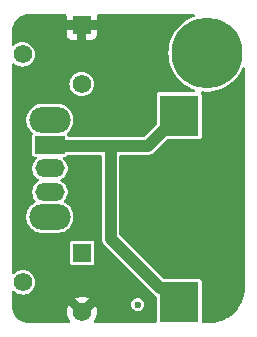
<source format=gbl>
G04 #@! TF.GenerationSoftware,KiCad,Pcbnew,8.0.1*
G04 #@! TF.CreationDate,2024-07-25T21:09:03+08:00*
G04 #@! TF.ProjectId,555Sandbox,35353553-616e-4646-926f-782e6b696361,1.0.0*
G04 #@! TF.SameCoordinates,Original*
G04 #@! TF.FileFunction,Copper,L2,Bot*
G04 #@! TF.FilePolarity,Positive*
%FSLAX46Y46*%
G04 Gerber Fmt 4.6, Leading zero omitted, Abs format (unit mm)*
G04 Created by KiCad (PCBNEW 8.0.1) date 2024-07-25 21:09:03*
%MOMM*%
%LPD*%
G01*
G04 APERTURE LIST*
G04 #@! TA.AperFunction,ComponentPad*
%ADD10O,3.500000X2.200000*%
G04 #@! TD*
G04 #@! TA.AperFunction,ComponentPad*
%ADD11R,2.500000X1.500000*%
G04 #@! TD*
G04 #@! TA.AperFunction,ComponentPad*
%ADD12O,2.500000X1.500000*%
G04 #@! TD*
G04 #@! TA.AperFunction,ComponentPad*
%ADD13R,1.560000X1.560000*%
G04 #@! TD*
G04 #@! TA.AperFunction,ComponentPad*
%ADD14C,1.560000*%
G04 #@! TD*
G04 #@! TA.AperFunction,ComponentPad*
%ADD15C,6.000000*%
G04 #@! TD*
G04 #@! TA.AperFunction,SMDPad,CuDef*
%ADD16R,3.300000X3.500000*%
G04 #@! TD*
G04 #@! TA.AperFunction,SMDPad,CuDef*
%ADD17C,10.200000*%
G04 #@! TD*
G04 #@! TA.AperFunction,ViaPad*
%ADD18C,0.600000*%
G04 #@! TD*
G04 #@! TA.AperFunction,Conductor*
%ADD19C,1.000000*%
G04 #@! TD*
G04 APERTURE END LIST*
D10*
X78650000Y-76350000D03*
X78650000Y-84550000D03*
D11*
X78650000Y-78450000D03*
D12*
X78650000Y-80450000D03*
X78650000Y-82450000D03*
D13*
X81350000Y-68300000D03*
D14*
X76350000Y-70800000D03*
X81350000Y-73300000D03*
D15*
X91950000Y-70700000D03*
D13*
X81390000Y-87600000D03*
D14*
X76390000Y-90100000D03*
X81390000Y-92600000D03*
D16*
X89595000Y-76000000D03*
X89595000Y-91800000D03*
D17*
X89595000Y-83900000D03*
D18*
X86100000Y-92000000D03*
X83300000Y-74600000D03*
X94600000Y-90850000D03*
X86950000Y-73300000D03*
X92950000Y-77650000D03*
X86900000Y-75900000D03*
X76450000Y-68400000D03*
X91950000Y-77650000D03*
X83400000Y-88950000D03*
X81450000Y-90850000D03*
X93950000Y-77650000D03*
X92250000Y-93050000D03*
X83400000Y-93050000D03*
X88800000Y-72900000D03*
X89350000Y-78300000D03*
X86300000Y-75250000D03*
X93800000Y-92250000D03*
X83300000Y-75600000D03*
D19*
X87950000Y-90550000D02*
X89150000Y-90550000D01*
X89500000Y-76000000D02*
X86950000Y-78550000D01*
X86950000Y-78550000D02*
X78800000Y-78550000D01*
X83795000Y-86395000D02*
X87950000Y-90550000D01*
X83795000Y-78550000D02*
X83795000Y-86395000D01*
G04 #@! TA.AperFunction,Conductor*
G36*
X80013039Y-67420185D02*
G01*
X80058794Y-67472989D01*
X80070000Y-67524500D01*
X80070000Y-67900000D01*
X81042894Y-67900000D01*
X80949901Y-67992993D01*
X80884075Y-68107007D01*
X80850000Y-68234174D01*
X80850000Y-68365826D01*
X80884075Y-68492993D01*
X80949901Y-68607007D01*
X81042993Y-68700099D01*
X81157007Y-68765925D01*
X81284174Y-68800000D01*
X81415826Y-68800000D01*
X81542993Y-68765925D01*
X81657007Y-68700099D01*
X81657106Y-68700000D01*
X81750000Y-68700000D01*
X81750000Y-69580000D01*
X82177828Y-69580000D01*
X82177844Y-69579999D01*
X82237372Y-69573598D01*
X82237379Y-69573596D01*
X82372086Y-69523354D01*
X82372093Y-69523350D01*
X82487187Y-69437190D01*
X82487190Y-69437187D01*
X82573350Y-69322093D01*
X82573354Y-69322086D01*
X82623596Y-69187379D01*
X82623598Y-69187372D01*
X82629999Y-69127844D01*
X82630000Y-69127827D01*
X82630000Y-68700000D01*
X81750000Y-68700000D01*
X81657106Y-68700000D01*
X81750099Y-68607007D01*
X81815925Y-68492993D01*
X81850000Y-68365826D01*
X81850000Y-68234174D01*
X81815925Y-68107007D01*
X81750099Y-67992993D01*
X81657106Y-67900000D01*
X82630000Y-67900000D01*
X82630000Y-67524500D01*
X82649685Y-67457461D01*
X82702489Y-67411706D01*
X82754000Y-67400500D01*
X90806168Y-67400500D01*
X90873207Y-67420185D01*
X90918962Y-67472989D01*
X90928906Y-67542147D01*
X90899881Y-67605703D01*
X90845762Y-67642008D01*
X90745099Y-67675926D01*
X90745096Y-67675927D01*
X90745088Y-67675930D01*
X90425210Y-67823921D01*
X90425197Y-67823928D01*
X90123184Y-68005644D01*
X89842589Y-68218946D01*
X89842580Y-68218954D01*
X89586685Y-68461350D01*
X89358505Y-68729983D01*
X89358498Y-68729993D01*
X89160695Y-69021730D01*
X88995597Y-69333137D01*
X88995588Y-69333155D01*
X88865127Y-69660589D01*
X88865126Y-69660591D01*
X88770834Y-70000203D01*
X88770833Y-70000206D01*
X88713808Y-70348045D01*
X88694726Y-70699997D01*
X88694726Y-70700002D01*
X88713808Y-71051954D01*
X88770833Y-71399793D01*
X88770834Y-71399796D01*
X88865126Y-71739408D01*
X88865127Y-71739410D01*
X88995588Y-72066844D01*
X88995597Y-72066862D01*
X89160695Y-72378269D01*
X89358498Y-72670006D01*
X89358505Y-72670016D01*
X89586685Y-72938649D01*
X89586686Y-72938650D01*
X89842580Y-73181046D01*
X90123182Y-73394354D01*
X90425202Y-73576074D01*
X90425206Y-73576075D01*
X90425210Y-73576078D01*
X90684986Y-73696263D01*
X90745099Y-73724074D01*
X90845762Y-73757991D01*
X90903006Y-73798051D01*
X90929506Y-73862701D01*
X90916846Y-73931414D01*
X90869047Y-73982375D01*
X90806168Y-73999500D01*
X87920323Y-73999500D01*
X87847264Y-74014032D01*
X87847260Y-74014033D01*
X87764399Y-74069399D01*
X87709033Y-74152260D01*
X87709032Y-74152264D01*
X87694500Y-74225321D01*
X87694500Y-76692770D01*
X87674815Y-76759809D01*
X87658181Y-76780451D01*
X86675451Y-77763181D01*
X86614128Y-77796666D01*
X86587770Y-77799500D01*
X80274500Y-77799500D01*
X80207461Y-77779815D01*
X80161706Y-77727011D01*
X80151766Y-77681320D01*
X80151097Y-77681386D01*
X80150531Y-77675645D01*
X80150500Y-77675500D01*
X80150500Y-77675323D01*
X80150499Y-77675321D01*
X80135967Y-77602264D01*
X80135966Y-77602261D01*
X80135966Y-77602260D01*
X80135964Y-77602258D01*
X80135964Y-77602256D01*
X80116597Y-77573271D01*
X80095719Y-77506594D01*
X80114204Y-77439214D01*
X80146812Y-77404064D01*
X80179792Y-77380104D01*
X80330104Y-77229792D01*
X80330106Y-77229788D01*
X80330109Y-77229786D01*
X80455048Y-77057820D01*
X80455047Y-77057820D01*
X80455051Y-77057816D01*
X80551557Y-76868412D01*
X80617246Y-76666243D01*
X80650500Y-76456287D01*
X80650500Y-76243713D01*
X80617246Y-76033757D01*
X80551557Y-75831588D01*
X80455051Y-75642184D01*
X80455049Y-75642181D01*
X80455048Y-75642179D01*
X80330109Y-75470213D01*
X80179786Y-75319890D01*
X80007820Y-75194951D01*
X79818414Y-75098444D01*
X79818413Y-75098443D01*
X79818412Y-75098443D01*
X79616243Y-75032754D01*
X79616241Y-75032753D01*
X79616240Y-75032753D01*
X79454957Y-75007208D01*
X79406287Y-74999500D01*
X77893713Y-74999500D01*
X77845042Y-75007208D01*
X77683760Y-75032753D01*
X77481585Y-75098444D01*
X77292179Y-75194951D01*
X77120213Y-75319890D01*
X76969890Y-75470213D01*
X76844951Y-75642179D01*
X76748444Y-75831585D01*
X76682753Y-76033760D01*
X76649500Y-76243713D01*
X76649500Y-76456286D01*
X76682753Y-76666239D01*
X76748444Y-76868414D01*
X76844951Y-77057820D01*
X76969890Y-77229786D01*
X76969896Y-77229792D01*
X77120208Y-77380104D01*
X77120209Y-77380105D01*
X77120208Y-77380105D01*
X77141987Y-77395927D01*
X77153183Y-77404062D01*
X77195850Y-77459390D01*
X77201831Y-77529004D01*
X77183404Y-77573270D01*
X77164033Y-77602261D01*
X77164032Y-77602264D01*
X77149500Y-77675321D01*
X77149500Y-79224678D01*
X77164032Y-79297735D01*
X77164033Y-79297739D01*
X77179031Y-79320185D01*
X77219399Y-79380601D01*
X77285100Y-79424500D01*
X77302260Y-79435966D01*
X77302264Y-79435967D01*
X77375321Y-79450499D01*
X77375324Y-79450500D01*
X77375326Y-79450500D01*
X77436608Y-79450500D01*
X77503647Y-79470185D01*
X77549402Y-79522989D01*
X77559346Y-79592147D01*
X77530321Y-79655703D01*
X77515275Y-79670352D01*
X77512212Y-79672865D01*
X77372863Y-79812214D01*
X77372860Y-79812218D01*
X77263371Y-79976079D01*
X77263364Y-79976092D01*
X77187950Y-80158160D01*
X77187947Y-80158170D01*
X77149500Y-80351456D01*
X77149500Y-80351459D01*
X77149500Y-80548541D01*
X77149500Y-80548543D01*
X77149499Y-80548543D01*
X77187947Y-80741829D01*
X77187950Y-80741839D01*
X77263364Y-80923907D01*
X77263371Y-80923920D01*
X77372860Y-81087781D01*
X77372863Y-81087785D01*
X77512214Y-81227136D01*
X77512218Y-81227139D01*
X77676079Y-81336628D01*
X77681456Y-81339502D01*
X77680490Y-81341308D01*
X77727612Y-81379285D01*
X77749673Y-81445580D01*
X77732391Y-81513279D01*
X77681251Y-81560887D01*
X77677660Y-81562526D01*
X77676079Y-81563371D01*
X77512218Y-81672860D01*
X77512214Y-81672863D01*
X77372863Y-81812214D01*
X77372860Y-81812218D01*
X77263371Y-81976079D01*
X77263364Y-81976092D01*
X77187950Y-82158160D01*
X77187947Y-82158170D01*
X77149500Y-82351456D01*
X77149500Y-82351459D01*
X77149500Y-82548541D01*
X77149500Y-82548543D01*
X77149499Y-82548543D01*
X77187947Y-82741829D01*
X77187950Y-82741839D01*
X77263364Y-82923907D01*
X77263371Y-82923920D01*
X77372860Y-83087781D01*
X77372863Y-83087785D01*
X77428431Y-83143353D01*
X77461916Y-83204676D01*
X77456932Y-83274368D01*
X77415060Y-83330301D01*
X77397045Y-83341518D01*
X77292185Y-83394947D01*
X77292184Y-83394948D01*
X77120213Y-83519890D01*
X76969890Y-83670213D01*
X76844951Y-83842179D01*
X76748444Y-84031585D01*
X76682753Y-84233760D01*
X76649500Y-84443713D01*
X76649500Y-84656286D01*
X76682753Y-84866239D01*
X76748444Y-85068414D01*
X76844951Y-85257820D01*
X76969890Y-85429786D01*
X77120213Y-85580109D01*
X77292179Y-85705048D01*
X77292181Y-85705049D01*
X77292184Y-85705051D01*
X77481588Y-85801557D01*
X77683757Y-85867246D01*
X77893713Y-85900500D01*
X77893714Y-85900500D01*
X79406286Y-85900500D01*
X79406287Y-85900500D01*
X79616243Y-85867246D01*
X79818412Y-85801557D01*
X80007816Y-85705051D01*
X80029789Y-85689086D01*
X80179786Y-85580109D01*
X80179788Y-85580106D01*
X80179792Y-85580104D01*
X80330104Y-85429792D01*
X80330106Y-85429788D01*
X80330109Y-85429786D01*
X80455048Y-85257820D01*
X80455047Y-85257820D01*
X80455051Y-85257816D01*
X80551557Y-85068412D01*
X80617246Y-84866243D01*
X80650500Y-84656287D01*
X80650500Y-84443713D01*
X80617246Y-84233757D01*
X80551557Y-84031588D01*
X80455051Y-83842184D01*
X80455049Y-83842181D01*
X80455048Y-83842179D01*
X80330109Y-83670213D01*
X80179786Y-83519890D01*
X80007819Y-83394951D01*
X80007818Y-83394950D01*
X80007816Y-83394949D01*
X79902954Y-83341519D01*
X79852158Y-83293544D01*
X79835363Y-83225723D01*
X79857901Y-83159588D01*
X79871562Y-83143358D01*
X79927139Y-83087782D01*
X80036632Y-82923914D01*
X80112051Y-82741835D01*
X80150500Y-82548541D01*
X80150500Y-82351459D01*
X80150500Y-82351456D01*
X80112052Y-82158170D01*
X80112051Y-82158169D01*
X80112051Y-82158165D01*
X80112049Y-82158160D01*
X80036635Y-81976092D01*
X80036628Y-81976079D01*
X79927139Y-81812218D01*
X79927136Y-81812214D01*
X79787785Y-81672863D01*
X79787781Y-81672860D01*
X79623920Y-81563371D01*
X79618544Y-81560498D01*
X79619510Y-81558689D01*
X79572397Y-81520728D01*
X79550326Y-81454436D01*
X79567600Y-81386735D01*
X79618734Y-81339121D01*
X79622331Y-81337477D01*
X79623907Y-81336634D01*
X79623914Y-81336632D01*
X79787782Y-81227139D01*
X79927139Y-81087782D01*
X80036632Y-80923914D01*
X80112051Y-80741835D01*
X80150500Y-80548541D01*
X80150500Y-80351459D01*
X80150500Y-80351456D01*
X80112052Y-80158170D01*
X80112051Y-80158169D01*
X80112051Y-80158165D01*
X80112049Y-80158160D01*
X80036635Y-79976092D01*
X80036628Y-79976079D01*
X79927139Y-79812218D01*
X79927136Y-79812214D01*
X79787787Y-79672865D01*
X79784725Y-79670352D01*
X79783552Y-79668630D01*
X79783475Y-79668553D01*
X79783489Y-79668538D01*
X79745392Y-79612605D01*
X79743523Y-79542761D01*
X79779711Y-79482993D01*
X79842468Y-79452278D01*
X79863392Y-79450500D01*
X79924676Y-79450500D01*
X79924677Y-79450499D01*
X79997740Y-79435966D01*
X80080601Y-79380601D01*
X80097300Y-79355609D01*
X80150912Y-79310804D01*
X80200402Y-79300500D01*
X82920500Y-79300500D01*
X82987539Y-79320185D01*
X83033294Y-79372989D01*
X83044500Y-79424500D01*
X83044500Y-86468918D01*
X83044500Y-86468920D01*
X83044499Y-86468920D01*
X83073340Y-86613907D01*
X83073343Y-86613917D01*
X83129914Y-86750492D01*
X83159870Y-86795324D01*
X83159871Y-86795327D01*
X83212046Y-86873414D01*
X83212052Y-86873421D01*
X87471580Y-91132948D01*
X87471588Y-91132954D01*
X87594503Y-91215083D01*
X87617950Y-91224795D01*
X87672355Y-91268635D01*
X87694421Y-91334929D01*
X87694500Y-91339357D01*
X87694500Y-93425500D01*
X87674815Y-93492539D01*
X87622011Y-93538294D01*
X87570500Y-93549500D01*
X82525946Y-93549500D01*
X82458907Y-93529815D01*
X82413152Y-93477011D01*
X82403208Y-93407853D01*
X82424371Y-93354376D01*
X82502746Y-93242444D01*
X82597399Y-93039459D01*
X82597403Y-93039450D01*
X82655367Y-92823124D01*
X82655369Y-92823113D01*
X82674889Y-92600002D01*
X82674889Y-92599997D01*
X82655369Y-92376886D01*
X82655367Y-92376875D01*
X82597403Y-92160549D01*
X82597400Y-92160540D01*
X82533079Y-92022604D01*
X81890000Y-92665683D01*
X81890000Y-92534174D01*
X81855925Y-92407007D01*
X81790099Y-92292993D01*
X81697007Y-92199901D01*
X81582993Y-92134075D01*
X81455826Y-92100000D01*
X81324174Y-92100000D01*
X81197007Y-92134075D01*
X81082993Y-92199901D01*
X80989901Y-92292993D01*
X80924075Y-92407007D01*
X80890000Y-92534174D01*
X80890000Y-92665685D01*
X80246920Y-92022605D01*
X80182600Y-92160540D01*
X80182596Y-92160549D01*
X80124632Y-92376875D01*
X80124630Y-92376886D01*
X80105111Y-92599997D01*
X80105111Y-92600002D01*
X80124630Y-92823113D01*
X80124632Y-92823124D01*
X80182596Y-93039450D01*
X80182600Y-93039459D01*
X80277253Y-93242444D01*
X80355629Y-93354376D01*
X80377956Y-93420582D01*
X80360946Y-93488350D01*
X80309998Y-93536163D01*
X80254054Y-93549500D01*
X76904875Y-93549500D01*
X76895146Y-93549118D01*
X76682975Y-93532419D01*
X76663757Y-93529375D01*
X76461569Y-93480834D01*
X76443063Y-93474821D01*
X76250955Y-93395247D01*
X76233618Y-93386413D01*
X76056327Y-93277769D01*
X76040585Y-93266332D01*
X75882469Y-93131288D01*
X75868711Y-93117530D01*
X75733667Y-92959414D01*
X75722230Y-92943672D01*
X75613586Y-92766381D01*
X75604752Y-92749044D01*
X75543015Y-92599997D01*
X75525176Y-92556930D01*
X75519167Y-92538437D01*
X75470623Y-92336237D01*
X75467580Y-92317024D01*
X75464479Y-92277625D01*
X75450882Y-92104853D01*
X75450500Y-92095124D01*
X75450500Y-91456920D01*
X80812605Y-91456920D01*
X81390000Y-92034315D01*
X81390001Y-92034315D01*
X81424316Y-92000000D01*
X85544750Y-92000000D01*
X85558554Y-92104853D01*
X85563670Y-92143708D01*
X85563671Y-92143712D01*
X85619137Y-92277622D01*
X85619138Y-92277624D01*
X85619139Y-92277625D01*
X85707379Y-92392621D01*
X85822375Y-92480861D01*
X85956291Y-92536330D01*
X86072770Y-92551665D01*
X86099999Y-92555250D01*
X86100000Y-92555250D01*
X86100001Y-92555250D01*
X86114977Y-92553278D01*
X86243709Y-92536330D01*
X86377625Y-92480861D01*
X86492621Y-92392621D01*
X86580861Y-92277625D01*
X86636330Y-92143709D01*
X86655250Y-92000000D01*
X86636330Y-91856291D01*
X86580861Y-91722375D01*
X86492621Y-91607379D01*
X86377625Y-91519139D01*
X86377624Y-91519138D01*
X86377622Y-91519137D01*
X86243712Y-91463671D01*
X86243710Y-91463670D01*
X86243709Y-91463670D01*
X86171854Y-91454210D01*
X86100001Y-91444750D01*
X86099999Y-91444750D01*
X85956291Y-91463670D01*
X85956287Y-91463671D01*
X85822377Y-91519137D01*
X85707379Y-91607379D01*
X85619137Y-91722377D01*
X85563671Y-91856287D01*
X85563670Y-91856291D01*
X85544750Y-92000000D01*
X81424316Y-92000000D01*
X81967395Y-91456918D01*
X81829452Y-91392597D01*
X81613124Y-91334632D01*
X81613113Y-91334630D01*
X81390002Y-91315111D01*
X81389998Y-91315111D01*
X81166886Y-91334630D01*
X81166875Y-91334632D01*
X80950549Y-91392596D01*
X80950540Y-91392600D01*
X80812605Y-91456920D01*
X75450500Y-91456920D01*
X75450500Y-90924247D01*
X75470185Y-90857208D01*
X75522989Y-90811453D01*
X75592147Y-90801509D01*
X75653165Y-90828394D01*
X75814713Y-90960974D01*
X75814720Y-90960978D01*
X75993732Y-91056662D01*
X75993734Y-91056662D01*
X75993737Y-91056664D01*
X76187987Y-91115589D01*
X76187986Y-91115589D01*
X76206099Y-91117372D01*
X76390000Y-91135486D01*
X76592013Y-91115589D01*
X76786263Y-91056664D01*
X76965285Y-90960975D01*
X77122199Y-90832199D01*
X77250975Y-90675285D01*
X77346664Y-90496263D01*
X77405589Y-90302013D01*
X77425486Y-90100000D01*
X77405589Y-89897987D01*
X77346664Y-89703737D01*
X77346662Y-89703734D01*
X77346662Y-89703732D01*
X77250978Y-89524720D01*
X77250974Y-89524713D01*
X77122199Y-89367800D01*
X76965286Y-89239025D01*
X76965279Y-89239021D01*
X76786267Y-89143337D01*
X76689138Y-89113873D01*
X76592013Y-89084411D01*
X76592011Y-89084410D01*
X76592013Y-89084410D01*
X76390000Y-89064514D01*
X76187988Y-89084410D01*
X75993732Y-89143337D01*
X75814720Y-89239021D01*
X75814713Y-89239026D01*
X75653165Y-89371605D01*
X75588855Y-89398918D01*
X75519987Y-89387127D01*
X75468427Y-89339975D01*
X75450500Y-89275752D01*
X75450500Y-88404678D01*
X80359500Y-88404678D01*
X80374032Y-88477735D01*
X80374033Y-88477739D01*
X80374034Y-88477740D01*
X80429399Y-88560601D01*
X80512260Y-88615966D01*
X80512264Y-88615967D01*
X80585321Y-88630499D01*
X80585324Y-88630500D01*
X80585326Y-88630500D01*
X82194676Y-88630500D01*
X82194677Y-88630499D01*
X82267740Y-88615966D01*
X82350601Y-88560601D01*
X82405966Y-88477740D01*
X82420500Y-88404674D01*
X82420500Y-86795326D01*
X82420500Y-86795324D01*
X82420500Y-86795323D01*
X82420499Y-86795321D01*
X82405967Y-86722264D01*
X82405966Y-86722260D01*
X82350601Y-86639399D01*
X82267740Y-86584034D01*
X82267739Y-86584033D01*
X82267735Y-86584032D01*
X82194677Y-86569500D01*
X82194674Y-86569500D01*
X80585326Y-86569500D01*
X80585323Y-86569500D01*
X80512264Y-86584032D01*
X80512260Y-86584033D01*
X80429399Y-86639399D01*
X80374033Y-86722260D01*
X80374032Y-86722264D01*
X80359500Y-86795321D01*
X80359500Y-88404678D01*
X75450500Y-88404678D01*
X75450500Y-73300000D01*
X80314514Y-73300000D01*
X80334410Y-73502011D01*
X80393337Y-73696267D01*
X80489021Y-73875279D01*
X80489025Y-73875286D01*
X80617800Y-74032199D01*
X80774713Y-74160974D01*
X80774720Y-74160978D01*
X80953732Y-74256662D01*
X80953734Y-74256662D01*
X80953737Y-74256664D01*
X81147987Y-74315589D01*
X81147986Y-74315589D01*
X81166099Y-74317372D01*
X81350000Y-74335486D01*
X81552013Y-74315589D01*
X81746263Y-74256664D01*
X81925285Y-74160975D01*
X82082199Y-74032199D01*
X82210975Y-73875285D01*
X82291801Y-73724070D01*
X82306662Y-73696267D01*
X82306662Y-73696266D01*
X82306664Y-73696263D01*
X82365589Y-73502013D01*
X82385486Y-73300000D01*
X82365589Y-73097987D01*
X82306664Y-72903737D01*
X82306662Y-72903734D01*
X82306662Y-72903732D01*
X82210978Y-72724720D01*
X82210974Y-72724713D01*
X82082199Y-72567800D01*
X81925286Y-72439025D01*
X81925279Y-72439021D01*
X81746267Y-72343337D01*
X81649138Y-72313873D01*
X81552013Y-72284411D01*
X81552011Y-72284410D01*
X81552013Y-72284410D01*
X81350000Y-72264514D01*
X81147988Y-72284410D01*
X80953732Y-72343337D01*
X80774720Y-72439021D01*
X80774713Y-72439025D01*
X80617800Y-72567800D01*
X80489025Y-72724713D01*
X80489021Y-72724720D01*
X80393337Y-72903732D01*
X80334410Y-73097988D01*
X80314514Y-73300000D01*
X75450500Y-73300000D01*
X75450500Y-71657075D01*
X75470185Y-71590036D01*
X75522989Y-71544281D01*
X75592147Y-71534337D01*
X75653165Y-71561222D01*
X75774713Y-71660974D01*
X75774720Y-71660978D01*
X75953732Y-71756662D01*
X75953734Y-71756662D01*
X75953737Y-71756664D01*
X76147987Y-71815589D01*
X76147986Y-71815589D01*
X76166099Y-71817372D01*
X76350000Y-71835486D01*
X76552013Y-71815589D01*
X76746263Y-71756664D01*
X76925285Y-71660975D01*
X77082199Y-71532199D01*
X77210975Y-71375285D01*
X77306664Y-71196263D01*
X77365589Y-71002013D01*
X77385486Y-70800000D01*
X77365589Y-70597987D01*
X77306664Y-70403737D01*
X77306662Y-70403734D01*
X77306662Y-70403732D01*
X77210978Y-70224720D01*
X77210974Y-70224713D01*
X77082199Y-70067800D01*
X76925286Y-69939025D01*
X76925279Y-69939021D01*
X76746267Y-69843337D01*
X76649138Y-69813873D01*
X76552013Y-69784411D01*
X76552011Y-69784410D01*
X76552013Y-69784410D01*
X76350000Y-69764514D01*
X76147988Y-69784410D01*
X75953732Y-69843337D01*
X75774720Y-69939021D01*
X75774714Y-69939025D01*
X75653164Y-70038778D01*
X75588854Y-70066090D01*
X75519987Y-70054299D01*
X75468427Y-70007146D01*
X75450500Y-69942924D01*
X75450500Y-68854875D01*
X75450882Y-68845146D01*
X75459945Y-68729992D01*
X75462305Y-68700000D01*
X80070000Y-68700000D01*
X80070000Y-69127844D01*
X80076401Y-69187372D01*
X80076403Y-69187379D01*
X80126645Y-69322086D01*
X80126649Y-69322093D01*
X80212809Y-69437187D01*
X80212812Y-69437190D01*
X80327906Y-69523350D01*
X80327913Y-69523354D01*
X80462620Y-69573596D01*
X80462627Y-69573598D01*
X80522155Y-69579999D01*
X80522172Y-69580000D01*
X80950000Y-69580000D01*
X80950000Y-68700000D01*
X80070000Y-68700000D01*
X75462305Y-68700000D01*
X75467580Y-68632969D01*
X75470622Y-68613764D01*
X75519168Y-68411558D01*
X75525174Y-68393073D01*
X75604753Y-68200951D01*
X75613586Y-68183618D01*
X75652795Y-68119636D01*
X75722231Y-68006324D01*
X75733667Y-67990585D01*
X75748381Y-67973357D01*
X75868715Y-67832464D01*
X75882464Y-67818715D01*
X76040587Y-67683665D01*
X76056327Y-67672230D01*
X76233621Y-67563584D01*
X76250951Y-67554753D01*
X76443073Y-67475174D01*
X76461558Y-67469168D01*
X76663764Y-67420622D01*
X76682969Y-67417580D01*
X76895146Y-67400881D01*
X76904875Y-67400500D01*
X76965892Y-67400500D01*
X79946000Y-67400500D01*
X80013039Y-67420185D01*
G37*
G04 #@! TD.AperFunction*
G04 #@! TA.AperFunction,Conductor*
G36*
X95123614Y-71899369D02*
G01*
X95171913Y-71949856D01*
X95185791Y-72006821D01*
X95191325Y-90483207D01*
X95191344Y-90545852D01*
X95191176Y-90552344D01*
X95175339Y-90856207D01*
X95173986Y-90869118D01*
X95126975Y-91166455D01*
X95124279Y-91179154D01*
X95046440Y-91469945D01*
X95042431Y-91482292D01*
X94934621Y-91763343D01*
X94929344Y-91775203D01*
X94792736Y-92043453D01*
X94786247Y-92054697D01*
X94622350Y-92307184D01*
X94614722Y-92317688D01*
X94425319Y-92551665D01*
X94416634Y-92561314D01*
X94203804Y-92774209D01*
X94194158Y-92782896D01*
X93960251Y-92972364D01*
X93949750Y-92979996D01*
X93697303Y-93143980D01*
X93686061Y-93150472D01*
X93417858Y-93287161D01*
X93405999Y-93292442D01*
X93124983Y-93400340D01*
X93112637Y-93404353D01*
X92821870Y-93482282D01*
X92809172Y-93484982D01*
X92511849Y-93532086D01*
X92498939Y-93533443D01*
X92195939Y-93549330D01*
X92189446Y-93549500D01*
X91619500Y-93549500D01*
X91552461Y-93529815D01*
X91506706Y-93477011D01*
X91495500Y-93425500D01*
X91495500Y-90025323D01*
X91495499Y-90025321D01*
X91480967Y-89952264D01*
X91480966Y-89952260D01*
X91444703Y-89897988D01*
X91425601Y-89869399D01*
X91342740Y-89814034D01*
X91342739Y-89814033D01*
X91342735Y-89814032D01*
X91269677Y-89799500D01*
X91269674Y-89799500D01*
X89223918Y-89799500D01*
X88312229Y-89799500D01*
X88245190Y-89779815D01*
X88224548Y-89763181D01*
X84581819Y-86120451D01*
X84548334Y-86059128D01*
X84545500Y-86032770D01*
X84545500Y-79424500D01*
X84565185Y-79357461D01*
X84617989Y-79311706D01*
X84669500Y-79300500D01*
X87023920Y-79300500D01*
X87121462Y-79281096D01*
X87168913Y-79271658D01*
X87305495Y-79215084D01*
X87354729Y-79182186D01*
X87428416Y-79132952D01*
X88524549Y-78036819D01*
X88585872Y-78003334D01*
X88612230Y-78000500D01*
X91269676Y-78000500D01*
X91269677Y-78000499D01*
X91342740Y-77985966D01*
X91425601Y-77930601D01*
X91480966Y-77847740D01*
X91495500Y-77774674D01*
X91495500Y-74225326D01*
X91495500Y-74225323D01*
X91495499Y-74225321D01*
X91480967Y-74152264D01*
X91480966Y-74152262D01*
X91480966Y-74152260D01*
X91460236Y-74121235D01*
X91439359Y-74054559D01*
X91457844Y-73987179D01*
X91509822Y-73940489D01*
X91576745Y-73929073D01*
X91773763Y-73950500D01*
X91773769Y-73950500D01*
X92126231Y-73950500D01*
X92126237Y-73950500D01*
X92476645Y-73912391D01*
X92820878Y-73836619D01*
X93154901Y-73724074D01*
X93154908Y-73724070D01*
X93154911Y-73724070D01*
X93474789Y-73576078D01*
X93474798Y-73576074D01*
X93776818Y-73394354D01*
X94057420Y-73181046D01*
X94313314Y-72938650D01*
X94541501Y-72670008D01*
X94739305Y-72378269D01*
X94904407Y-72066854D01*
X94946599Y-71960958D01*
X94989697Y-71905969D01*
X95055686Y-71883008D01*
X95123614Y-71899369D01*
G37*
G04 #@! TD.AperFunction*
G04 #@! TA.AperFunction,Conductor*
G36*
X81416357Y-93111488D02*
G01*
X81346665Y-93106504D01*
X81336545Y-93100000D01*
X81437396Y-93100000D01*
X81416357Y-93111488D01*
G37*
G04 #@! TD.AperFunction*
M02*

</source>
